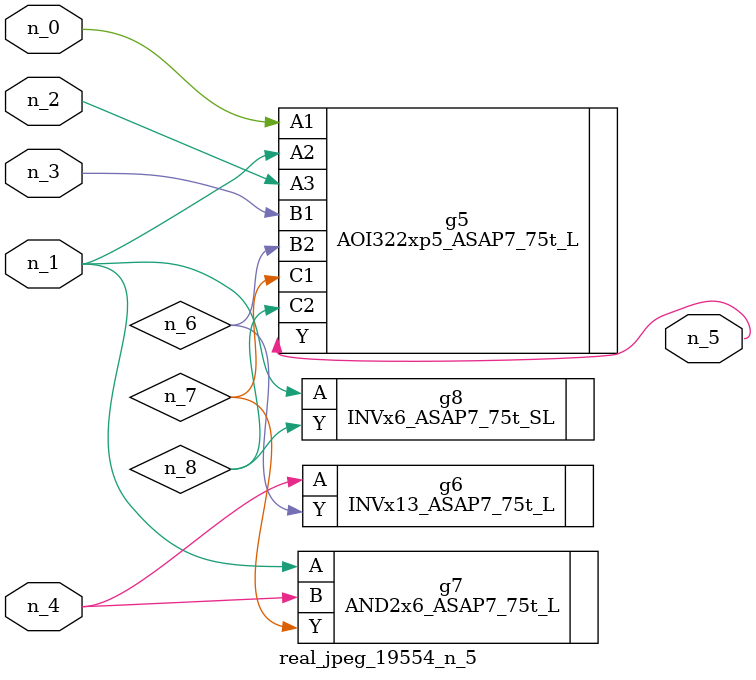
<source format=v>
module real_jpeg_19554_n_5 (n_4, n_0, n_1, n_2, n_3, n_5);

input n_4;
input n_0;
input n_1;
input n_2;
input n_3;

output n_5;

wire n_8;
wire n_6;
wire n_7;

AOI322xp5_ASAP7_75t_L g5 ( 
.A1(n_0),
.A2(n_1),
.A3(n_2),
.B1(n_3),
.B2(n_6),
.C1(n_7),
.C2(n_8),
.Y(n_5)
);

AND2x6_ASAP7_75t_L g7 ( 
.A(n_1),
.B(n_4),
.Y(n_7)
);

INVx6_ASAP7_75t_SL g8 ( 
.A(n_1),
.Y(n_8)
);

INVx13_ASAP7_75t_L g6 ( 
.A(n_4),
.Y(n_6)
);


endmodule
</source>
